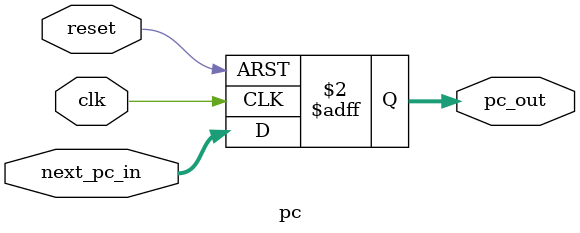
<source format=sv>
module pc (
    input wire clk ,
    input wire reset,
    input wire [31:0] next_pc_in,
    output reg [31:0] pc_out
);

always @(posedge clk or posedge reset ) begin
    if(reset) begin
        pc_out <= 32'h00000000;
    end else begin 
        pc_out <= next_pc_in;
    end
end

endmodule
</source>
